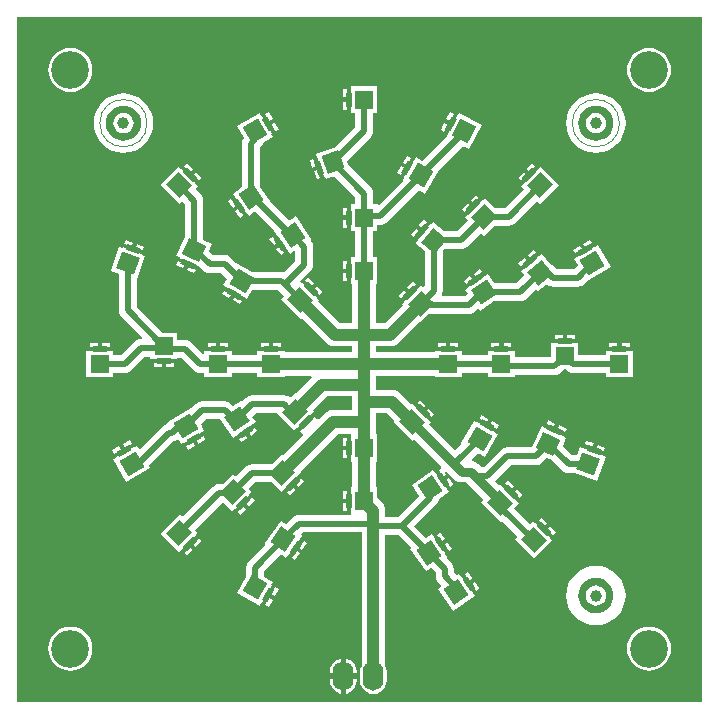
<source format=gbr>
%TF.GenerationSoftware,Altium Limited,Altium Designer,21.4.1 (30)*%
G04 Layer_Physical_Order=1*
G04 Layer_Color=255*
%FSLAX42Y42*%
%MOMM*%
%TF.SameCoordinates,A5F8CCB8-1AD9-4863-A32E-EE0D6D21C85A*%
%TF.FilePolarity,Positive*%
%TF.FileFunction,Copper,L1,Top,Signal*%
%TF.Part,Single*%
G01*
G75*
%TA.AperFunction,NonConductor*%
%ADD10C,0.01*%
%TA.AperFunction,SMDPad,CuDef*%
G04:AMPARAMS|DCode=11|XSize=1.2mm|YSize=0.5mm|CornerRadius=0mm|HoleSize=0mm|Usage=FLASHONLY|Rotation=30.000|XOffset=0mm|YOffset=0mm|HoleType=Round|Shape=Rectangle|*
%AMROTATEDRECTD11*
4,1,4,-0.39,-0.52,-0.64,-0.08,0.39,0.52,0.64,0.08,-0.39,-0.52,0.0*
%
%ADD11ROTATEDRECTD11*%

G04:AMPARAMS|DCode=12|XSize=1.6mm|YSize=1.5mm|CornerRadius=0mm|HoleSize=0mm|Usage=FLASHONLY|Rotation=30.000|XOffset=0mm|YOffset=0mm|HoleType=Round|Shape=Rectangle|*
%AMROTATEDRECTD12*
4,1,4,-0.32,-1.05,-1.07,0.25,0.32,1.05,1.07,-0.25,-0.32,-1.05,0.0*
%
%ADD12ROTATEDRECTD12*%

G04:AMPARAMS|DCode=13|XSize=1.2mm|YSize=0.5mm|CornerRadius=0mm|HoleSize=0mm|Usage=FLASHONLY|Rotation=125.000|XOffset=0mm|YOffset=0mm|HoleType=Round|Shape=Rectangle|*
%AMROTATEDRECTD13*
4,1,4,0.55,-0.35,0.14,-0.63,-0.55,0.35,-0.14,0.63,0.55,-0.35,0.0*
%
%ADD13ROTATEDRECTD13*%

G04:AMPARAMS|DCode=14|XSize=1.6mm|YSize=1.5mm|CornerRadius=0mm|HoleSize=0mm|Usage=FLASHONLY|Rotation=125.000|XOffset=0mm|YOffset=0mm|HoleType=Round|Shape=Rectangle|*
%AMROTATEDRECTD14*
4,1,4,1.07,-0.23,-0.16,-1.09,-1.07,0.23,0.16,1.09,1.07,-0.23,0.0*
%
%ADD14ROTATEDRECTD14*%

G04:AMPARAMS|DCode=15|XSize=1.2mm|YSize=0.5mm|CornerRadius=0mm|HoleSize=0mm|Usage=FLASHONLY|Rotation=150.000|XOffset=0mm|YOffset=0mm|HoleType=Round|Shape=Rectangle|*
%AMROTATEDRECTD15*
4,1,4,0.64,-0.08,0.39,-0.52,-0.64,0.08,-0.39,0.52,0.64,-0.08,0.0*
%
%ADD15ROTATEDRECTD15*%

G04:AMPARAMS|DCode=16|XSize=1.6mm|YSize=1.5mm|CornerRadius=0mm|HoleSize=0mm|Usage=FLASHONLY|Rotation=150.000|XOffset=0mm|YOffset=0mm|HoleType=Round|Shape=Rectangle|*
%AMROTATEDRECTD16*
4,1,4,1.07,0.25,0.32,-1.05,-1.07,-0.25,-0.32,1.05,1.07,0.25,0.0*
%
%ADD16ROTATEDRECTD16*%

G04:AMPARAMS|DCode=17|XSize=1.2mm|YSize=0.5mm|CornerRadius=0mm|HoleSize=0mm|Usage=FLASHONLY|Rotation=215.000|XOffset=0mm|YOffset=0mm|HoleType=Round|Shape=Rectangle|*
%AMROTATEDRECTD17*
4,1,4,0.35,0.55,0.63,0.14,-0.35,-0.55,-0.63,-0.14,0.35,0.55,0.0*
%
%ADD17ROTATEDRECTD17*%

G04:AMPARAMS|DCode=18|XSize=1.6mm|YSize=1.5mm|CornerRadius=0mm|HoleSize=0mm|Usage=FLASHONLY|Rotation=215.000|XOffset=0mm|YOffset=0mm|HoleType=Round|Shape=Rectangle|*
%AMROTATEDRECTD18*
4,1,4,0.23,1.07,1.09,-0.16,-0.23,-1.07,-1.09,0.16,0.23,1.07,0.0*
%
%ADD18ROTATEDRECTD18*%

G04:AMPARAMS|DCode=19|XSize=1.2mm|YSize=0.5mm|CornerRadius=0mm|HoleSize=0mm|Usage=FLASHONLY|Rotation=225.000|XOffset=0mm|YOffset=0mm|HoleType=Round|Shape=Rectangle|*
%AMROTATEDRECTD19*
4,1,4,0.25,0.60,0.60,0.25,-0.25,-0.60,-0.60,-0.25,0.25,0.60,0.0*
%
%ADD19ROTATEDRECTD19*%

G04:AMPARAMS|DCode=20|XSize=1.6mm|YSize=1.5mm|CornerRadius=0mm|HoleSize=0mm|Usage=FLASHONLY|Rotation=225.000|XOffset=0mm|YOffset=0mm|HoleType=Round|Shape=Rectangle|*
%AMROTATEDRECTD20*
4,1,4,0.04,1.10,1.10,0.04,-0.04,-1.10,-1.10,-0.04,0.04,1.10,0.0*
%
%ADD20ROTATEDRECTD20*%

%ADD21R,1.20X0.50*%
%ADD22R,1.60X1.50*%
%ADD23R,0.50X1.20*%
%ADD24R,1.50X1.60*%
G04:AMPARAMS|DCode=25|XSize=1.2mm|YSize=0.5mm|CornerRadius=0mm|HoleSize=0mm|Usage=FLASHONLY|Rotation=315.000|XOffset=0mm|YOffset=0mm|HoleType=Round|Shape=Rectangle|*
%AMROTATEDRECTD25*
4,1,4,-0.60,0.25,-0.25,0.60,0.60,-0.25,0.25,-0.60,-0.60,0.25,0.0*
%
%ADD25ROTATEDRECTD25*%

G04:AMPARAMS|DCode=26|XSize=1.6mm|YSize=1.5mm|CornerRadius=0mm|HoleSize=0mm|Usage=FLASHONLY|Rotation=315.000|XOffset=0mm|YOffset=0mm|HoleType=Round|Shape=Rectangle|*
%AMROTATEDRECTD26*
4,1,4,-1.10,0.04,-0.04,1.10,1.10,-0.04,0.04,-1.10,-1.10,0.04,0.0*
%
%ADD26ROTATEDRECTD26*%

G04:AMPARAMS|DCode=27|XSize=1.2mm|YSize=0.5mm|CornerRadius=0mm|HoleSize=0mm|Usage=FLASHONLY|Rotation=60.000|XOffset=0mm|YOffset=0mm|HoleType=Round|Shape=Rectangle|*
%AMROTATEDRECTD27*
4,1,4,-0.08,-0.64,-0.52,-0.39,0.08,0.64,0.52,0.39,-0.08,-0.64,0.0*
%
%ADD27ROTATEDRECTD27*%

G04:AMPARAMS|DCode=28|XSize=1.6mm|YSize=1.5mm|CornerRadius=0mm|HoleSize=0mm|Usage=FLASHONLY|Rotation=60.000|XOffset=0mm|YOffset=0mm|HoleType=Round|Shape=Rectangle|*
%AMROTATEDRECTD28*
4,1,4,0.25,-1.07,-1.05,-0.32,-0.25,1.07,1.05,0.32,0.25,-1.07,0.0*
%
%ADD28ROTATEDRECTD28*%

G04:AMPARAMS|DCode=29|XSize=1.6mm|YSize=1.5mm|CornerRadius=0mm|HoleSize=0mm|Usage=FLASHONLY|Rotation=110.000|XOffset=0mm|YOffset=0mm|HoleType=Round|Shape=Rectangle|*
%AMROTATEDRECTD29*
4,1,4,0.98,-0.50,-0.43,-1.01,-0.98,0.50,0.43,1.01,0.98,-0.50,0.0*
%
%ADD29ROTATEDRECTD29*%

G04:AMPARAMS|DCode=30|XSize=1.2mm|YSize=0.5mm|CornerRadius=0mm|HoleSize=0mm|Usage=FLASHONLY|Rotation=110.000|XOffset=0mm|YOffset=0mm|HoleType=Round|Shape=Rectangle|*
%AMROTATEDRECTD30*
4,1,4,0.44,-0.48,-0.03,-0.65,-0.44,0.48,0.03,0.65,0.44,-0.48,0.0*
%
%ADD30ROTATEDRECTD30*%

G04:AMPARAMS|DCode=31|XSize=1.2mm|YSize=0.5mm|CornerRadius=0mm|HoleSize=0mm|Usage=FLASHONLY|Rotation=50.000|XOffset=0mm|YOffset=0mm|HoleType=Round|Shape=Rectangle|*
%AMROTATEDRECTD31*
4,1,4,-0.19,-0.62,-0.58,-0.30,0.19,0.62,0.58,0.30,-0.19,-0.62,0.0*
%
%ADD31ROTATEDRECTD31*%

G04:AMPARAMS|DCode=32|XSize=1.6mm|YSize=1.5mm|CornerRadius=0mm|HoleSize=0mm|Usage=FLASHONLY|Rotation=50.000|XOffset=0mm|YOffset=0mm|HoleType=Round|Shape=Rectangle|*
%AMROTATEDRECTD32*
4,1,4,0.06,-1.09,-1.09,-0.13,-0.06,1.09,1.09,0.13,0.06,-1.09,0.0*
%
%ADD32ROTATEDRECTD32*%

G04:AMPARAMS|DCode=33|XSize=1.6mm|YSize=1.5mm|CornerRadius=0mm|HoleSize=0mm|Usage=FLASHONLY|Rotation=155.000|XOffset=0mm|YOffset=0mm|HoleType=Round|Shape=Rectangle|*
%AMROTATEDRECTD33*
4,1,4,1.04,0.34,0.41,-1.02,-1.04,-0.34,-0.41,1.02,1.04,0.34,0.0*
%
%ADD33ROTATEDRECTD33*%

G04:AMPARAMS|DCode=34|XSize=1.2mm|YSize=0.5mm|CornerRadius=0mm|HoleSize=0mm|Usage=FLASHONLY|Rotation=155.000|XOffset=0mm|YOffset=0mm|HoleType=Round|Shape=Rectangle|*
%AMROTATEDRECTD34*
4,1,4,0.65,-0.03,0.44,-0.48,-0.65,0.03,-0.44,0.48,0.65,-0.03,0.0*
%
%ADD34ROTATEDRECTD34*%

G04:AMPARAMS|DCode=35|XSize=1.2mm|YSize=0.5mm|CornerRadius=0mm|HoleSize=0mm|Usage=FLASHONLY|Rotation=40.000|XOffset=0mm|YOffset=0mm|HoleType=Round|Shape=Rectangle|*
%AMROTATEDRECTD35*
4,1,4,-0.30,-0.58,-0.62,-0.19,0.30,0.58,0.62,0.19,-0.30,-0.58,0.0*
%
%ADD35ROTATEDRECTD35*%

G04:AMPARAMS|DCode=36|XSize=1.6mm|YSize=1.5mm|CornerRadius=0mm|HoleSize=0mm|Usage=FLASHONLY|Rotation=40.000|XOffset=0mm|YOffset=0mm|HoleType=Round|Shape=Rectangle|*
%AMROTATEDRECTD36*
4,1,4,-0.13,-1.09,-1.09,0.06,0.13,1.09,1.09,-0.06,-0.13,-1.09,0.0*
%
%ADD36ROTATEDRECTD36*%

G04:AMPARAMS|DCode=37|XSize=1.2mm|YSize=0.5mm|CornerRadius=0mm|HoleSize=0mm|Usage=FLASHONLY|Rotation=340.000|XOffset=0mm|YOffset=0mm|HoleType=Round|Shape=Rectangle|*
%AMROTATEDRECTD37*
4,1,4,-0.65,-0.03,-0.48,0.44,0.65,0.03,0.48,-0.44,-0.65,-0.03,0.0*
%
%ADD37ROTATEDRECTD37*%

G04:AMPARAMS|DCode=38|XSize=1.6mm|YSize=1.5mm|CornerRadius=0mm|HoleSize=0mm|Usage=FLASHONLY|Rotation=340.000|XOffset=0mm|YOffset=0mm|HoleType=Round|Shape=Rectangle|*
%AMROTATEDRECTD38*
4,1,4,-1.01,-0.43,-0.50,0.98,1.01,0.43,0.50,-0.98,-1.01,-0.43,0.0*
%
%ADD38ROTATEDRECTD38*%

G04:AMPARAMS|DCode=39|XSize=1.2mm|YSize=0.5mm|CornerRadius=0mm|HoleSize=0mm|Usage=FLASHONLY|Rotation=300.000|XOffset=0mm|YOffset=0mm|HoleType=Round|Shape=Rectangle|*
%AMROTATEDRECTD39*
4,1,4,-0.52,0.39,-0.08,0.64,0.52,-0.39,0.08,-0.64,-0.52,0.39,0.0*
%
%ADD39ROTATEDRECTD39*%

G04:AMPARAMS|DCode=40|XSize=1.6mm|YSize=1.5mm|CornerRadius=0mm|HoleSize=0mm|Usage=FLASHONLY|Rotation=300.000|XOffset=0mm|YOffset=0mm|HoleType=Round|Shape=Rectangle|*
%AMROTATEDRECTD40*
4,1,4,-1.05,0.32,0.25,1.07,1.05,-0.32,-0.25,-1.07,-1.05,0.32,0.0*
%
%ADD40ROTATEDRECTD40*%

G04:AMPARAMS|DCode=41|XSize=1.2mm|YSize=0.5mm|CornerRadius=0mm|HoleSize=0mm|Usage=FLASHONLY|Rotation=62.000|XOffset=0mm|YOffset=0mm|HoleType=Round|Shape=Rectangle|*
%AMROTATEDRECTD41*
4,1,4,-0.06,-0.65,-0.50,-0.41,0.06,0.65,0.50,0.41,-0.06,-0.65,0.0*
%
%ADD41ROTATEDRECTD41*%

G04:AMPARAMS|DCode=42|XSize=1.6mm|YSize=1.5mm|CornerRadius=0mm|HoleSize=0mm|Usage=FLASHONLY|Rotation=62.000|XOffset=0mm|YOffset=0mm|HoleType=Round|Shape=Rectangle|*
%AMROTATEDRECTD42*
4,1,4,0.29,-1.06,-1.04,-0.35,-0.29,1.06,1.04,0.35,0.29,-1.06,0.0*
%
%ADD42ROTATEDRECTD42*%

G04:AMPARAMS|DCode=43|XSize=1.2mm|YSize=0.5mm|CornerRadius=0mm|HoleSize=0mm|Usage=FLASHONLY|Rotation=235.000|XOffset=0mm|YOffset=0mm|HoleType=Round|Shape=Rectangle|*
%AMROTATEDRECTD43*
4,1,4,0.14,0.63,0.55,0.35,-0.14,-0.63,-0.55,-0.35,0.14,0.63,0.0*
%
%ADD43ROTATEDRECTD43*%

G04:AMPARAMS|DCode=44|XSize=1.6mm|YSize=1.5mm|CornerRadius=0mm|HoleSize=0mm|Usage=FLASHONLY|Rotation=235.000|XOffset=0mm|YOffset=0mm|HoleType=Round|Shape=Rectangle|*
%AMROTATEDRECTD44*
4,1,4,-0.16,1.09,1.07,0.23,0.16,-1.09,-1.07,-0.23,-0.16,1.09,0.0*
%
%ADD44ROTATEDRECTD44*%

%ADD45C,1.00*%
%TA.AperFunction,Conductor*%
%ADD46C,1.00*%
%ADD47C,0.50*%
%ADD48C,0.80*%
%TA.AperFunction,ComponentPad*%
%ADD49O,1.75X2.50*%
%TA.AperFunction,ViaPad*%
%ADD50C,3.20*%
%ADD51C,0.80*%
G36*
X2900Y-2900D02*
X-2900D01*
Y2900D01*
X2900D01*
Y-2900D01*
D02*
G37*
%LPC*%
G36*
X2450Y2636D02*
X2414Y2633D01*
X2379Y2622D01*
X2347Y2605D01*
X2318Y2582D01*
X2295Y2554D01*
X2278Y2521D01*
X2267Y2486D01*
X2264Y2450D01*
X2267Y2414D01*
X2278Y2379D01*
X2295Y2346D01*
X2318Y2318D01*
X2347Y2295D01*
X2379Y2278D01*
X2414Y2267D01*
X2450Y2264D01*
X2486Y2267D01*
X2521Y2278D01*
X2554Y2295D01*
X2582Y2318D01*
X2605Y2346D01*
X2622Y2379D01*
X2633Y2414D01*
X2636Y2450D01*
X2633Y2486D01*
X2622Y2521D01*
X2605Y2554D01*
X2582Y2582D01*
X2554Y2605D01*
X2521Y2622D01*
X2486Y2633D01*
X2450Y2636D01*
D02*
G37*
G36*
X-2450D02*
X-2486Y2633D01*
X-2521Y2622D01*
X-2554Y2605D01*
X-2582Y2582D01*
X-2605Y2554D01*
X-2622Y2521D01*
X-2633Y2486D01*
X-2636Y2450D01*
X-2633Y2414D01*
X-2622Y2379D01*
X-2605Y2346D01*
X-2582Y2318D01*
X-2554Y2295D01*
X-2521Y2278D01*
X-2486Y2267D01*
X-2450Y2264D01*
X-2414Y2267D01*
X-2379Y2278D01*
X-2346Y2295D01*
X-2318Y2318D01*
X-2295Y2346D01*
X-2278Y2379D01*
X-2267Y2414D01*
X-2264Y2450D01*
X-2267Y2486D01*
X-2278Y2521D01*
X-2295Y2554D01*
X-2318Y2582D01*
X-2346Y2605D01*
X-2379Y2622D01*
X-2414Y2633D01*
X-2450Y2636D01*
D02*
G37*
G36*
X-107Y2285D02*
X-140D01*
Y2217D01*
X-107D01*
Y2285D01*
D02*
G37*
G36*
Y2182D02*
X-140D01*
Y2115D01*
X-107D01*
Y2182D01*
D02*
G37*
G36*
X-771Y2094D02*
X-800Y2078D01*
X-766Y2019D01*
X-737Y2035D01*
X-771Y2094D01*
D02*
G37*
G36*
X766Y2091D02*
X734Y2031D01*
X763Y2016D01*
X795Y2076D01*
X766Y2091D01*
D02*
G37*
G36*
X-720Y2005D02*
X-748Y1989D01*
X-714Y1930D01*
X-686Y1946D01*
X-720Y2005D01*
D02*
G37*
G36*
X718Y2000D02*
X686Y1941D01*
X715Y1925D01*
X747Y1985D01*
X718Y2000D01*
D02*
G37*
G36*
X2000Y2252D02*
X1951Y2247D01*
X1904Y2233D01*
X1860Y2209D01*
X1822Y2178D01*
X1791Y2140D01*
X1767Y2096D01*
X1753Y2049D01*
X1748Y2000D01*
X1753Y1951D01*
X1767Y1904D01*
X1791Y1860D01*
X1822Y1822D01*
X1860Y1791D01*
X1904Y1767D01*
X1951Y1753D01*
X2000Y1748D01*
X2049Y1753D01*
X2096Y1767D01*
X2140Y1791D01*
X2178Y1822D01*
X2209Y1860D01*
X2233Y1904D01*
X2247Y1951D01*
X2252Y2000D01*
X2247Y2049D01*
X2233Y2096D01*
X2209Y2140D01*
X2178Y2178D01*
X2140Y2209D01*
X2096Y2233D01*
X2049Y2247D01*
X2000Y2252D01*
D02*
G37*
G36*
X-2000D02*
X-2049Y2247D01*
X-2096Y2233D01*
X-2140Y2209D01*
X-2178Y2178D01*
X-2209Y2140D01*
X-2233Y2096D01*
X-2247Y2049D01*
X-2252Y2000D01*
X-2247Y1951D01*
X-2233Y1904D01*
X-2209Y1860D01*
X-2178Y1822D01*
X-2140Y1791D01*
X-2096Y1767D01*
X-2049Y1753D01*
X-2000Y1748D01*
X-1951Y1753D01*
X-1904Y1767D01*
X-1860Y1791D01*
X-1822Y1822D01*
X-1791Y1860D01*
X-1767Y1904D01*
X-1753Y1951D01*
X-1748Y2000D01*
X-1753Y2049D01*
X-1767Y2096D01*
X-1791Y2140D01*
X-1822Y2178D01*
X-1860Y2209D01*
X-1904Y2233D01*
X-1951Y2247D01*
X-2000Y2252D01*
D02*
G37*
G36*
X404Y1722D02*
X370Y1663D01*
X398Y1646D01*
X432Y1705D01*
X404Y1722D01*
D02*
G37*
G36*
X-393Y1698D02*
X-424Y1687D01*
X-400Y1623D01*
X-370Y1635D01*
X-393Y1698D01*
D02*
G37*
G36*
X1461Y1660D02*
X1413Y1612D01*
X1436Y1588D01*
X1484Y1636D01*
X1461Y1660D01*
D02*
G37*
G36*
X-1461Y1660D02*
X-1484Y1636D01*
X-1436Y1588D01*
X-1413Y1612D01*
X-1461Y1660D01*
D02*
G37*
G36*
X352Y1633D02*
X318Y1574D01*
X347Y1557D01*
X381Y1616D01*
X352Y1633D01*
D02*
G37*
G36*
X-358Y1602D02*
X-388Y1591D01*
X-365Y1527D01*
X-334Y1538D01*
X-358Y1602D01*
D02*
G37*
G36*
X1388Y1587D02*
X1340Y1539D01*
X1364Y1516D01*
X1412Y1564D01*
X1388Y1587D01*
D02*
G37*
G36*
X-1388D02*
X-1412Y1564D01*
X-1364Y1516D01*
X-1340Y1539D01*
X-1388Y1587D01*
D02*
G37*
G36*
X987Y1393D02*
X939Y1345D01*
X963Y1322D01*
X1011Y1370D01*
X987Y1393D01*
D02*
G37*
G36*
X-1087Y1358D02*
X-1114Y1339D01*
X-1075Y1284D01*
X-1048Y1303D01*
X-1087Y1358D01*
D02*
G37*
G36*
X915Y1320D02*
X867Y1272D01*
X890Y1249D01*
X938Y1297D01*
X915Y1320D01*
D02*
G37*
G36*
X-107Y1285D02*
X-140D01*
Y1218D01*
X-107D01*
Y1285D01*
D02*
G37*
G36*
X-1028Y1274D02*
X-1055Y1255D01*
X-1016Y1200D01*
X-989Y1218D01*
X-1028Y1274D01*
D02*
G37*
G36*
X-107Y1182D02*
X-140D01*
Y1115D01*
X-107D01*
Y1182D01*
D02*
G37*
G36*
X547Y1186D02*
X504Y1134D01*
X529Y1113D01*
X573Y1165D01*
X547Y1186D01*
D02*
G37*
G36*
X481Y1107D02*
X438Y1055D01*
X463Y1034D01*
X506Y1086D01*
X481Y1107D01*
D02*
G37*
G36*
X-737Y1038D02*
X-764Y1019D01*
X-725Y964D01*
X-698Y983D01*
X-737Y1038D01*
D02*
G37*
G36*
X-1982Y1011D02*
X-1993Y980D01*
X-1930Y957D01*
X-1918Y988D01*
X-1982Y1011D01*
D02*
G37*
G36*
X1954Y1014D02*
X1895Y980D01*
X1911Y952D01*
X1970Y986D01*
X1954Y1014D01*
D02*
G37*
G36*
X-1886Y976D02*
X-1897Y945D01*
X-1833Y922D01*
X-1822Y953D01*
X-1886Y976D01*
D02*
G37*
G36*
X1865Y963D02*
X1806Y929D01*
X1822Y900D01*
X1881Y934D01*
X1865Y963D01*
D02*
G37*
G36*
X-678Y954D02*
X-705Y935D01*
X-666Y880D01*
X-639Y898D01*
X-678Y954D01*
D02*
G37*
G36*
X1475Y927D02*
X1423Y884D01*
X1444Y859D01*
X1496Y902D01*
X1475Y927D01*
D02*
G37*
G36*
X1396Y861D02*
X1344Y818D01*
X1365Y792D01*
X1417Y836D01*
X1396Y861D01*
D02*
G37*
G36*
X-1540Y829D02*
X-1554Y799D01*
X-1493Y770D01*
X-1479Y800D01*
X-1540Y829D01*
D02*
G37*
G36*
X-107Y835D02*
X-140D01*
Y767D01*
X-107D01*
Y835D01*
D02*
G37*
G36*
X-1447Y785D02*
X-1461Y755D01*
X-1399Y727D01*
X-1386Y756D01*
X-1447Y785D01*
D02*
G37*
G36*
X1019Y764D02*
X964Y725D01*
X983Y698D01*
X1038Y737D01*
X1019Y764D01*
D02*
G37*
G36*
X-107Y732D02*
X-140D01*
Y665D01*
X-107D01*
Y732D01*
D02*
G37*
G36*
X935Y705D02*
X880Y666D01*
X898Y639D01*
X954Y678D01*
X935Y705D01*
D02*
G37*
G36*
X-436Y692D02*
X-459Y669D01*
X-411Y621D01*
X-388Y644D01*
X-436Y692D01*
D02*
G37*
G36*
X451Y660D02*
X403Y612D01*
X426Y588D01*
X474Y636D01*
X451Y660D01*
D02*
G37*
G36*
X-363Y619D02*
X-387Y596D01*
X-339Y548D01*
X-315Y571D01*
X-363Y619D01*
D02*
G37*
G36*
X-1148Y580D02*
X-1164Y551D01*
X-1105Y517D01*
X-1089Y546D01*
X-1148Y580D01*
D02*
G37*
G36*
X378Y587D02*
X330Y539D01*
X354Y516D01*
X402Y564D01*
X378Y587D01*
D02*
G37*
G36*
X-1059Y528D02*
X-1075Y500D01*
X-1016Y466D01*
X-1000Y494D01*
X-1059Y528D01*
D02*
G37*
G36*
X150Y2315D02*
X-70D01*
Y2285D01*
X-72D01*
Y2200D01*
Y2115D01*
X-70D01*
Y2085D01*
X-36D01*
Y1965D01*
X-201Y1800D01*
X-368Y1739D01*
X-357Y1711D01*
X-360Y1710D01*
X-331Y1630D01*
X-301Y1550D01*
X-299Y1551D01*
X-289Y1523D01*
X-214Y1550D01*
X-36Y1372D01*
Y1315D01*
X-70D01*
Y1285D01*
X-72D01*
Y1200D01*
Y1115D01*
X-70D01*
Y1085D01*
X-36D01*
Y865D01*
X-70D01*
Y835D01*
X-72D01*
Y750D01*
X-90D01*
D01*
X-72D01*
Y665D01*
X-70D01*
Y635D01*
X-61D01*
Y311D01*
X-167D01*
X-351Y494D01*
X-344Y501D01*
X-365Y522D01*
X-363Y523D01*
X-424Y584D01*
X-484Y644D01*
X-486Y642D01*
X-503Y660D01*
X-415Y748D01*
X-415Y748D01*
X-403Y764D01*
X-395Y782D01*
X-392Y802D01*
Y954D01*
X-392Y954D01*
X-395Y973D01*
X-403Y992D01*
X-413Y1005D01*
X-414Y1015D01*
X-414Y1020D01*
X-411Y1022D01*
X-543Y1210D01*
X-596Y1173D01*
X-761Y1339D01*
X-761Y1342D01*
X-761Y1342D01*
X-844Y1461D01*
Y1796D01*
X-831Y1809D01*
X-819Y1825D01*
X-814Y1838D01*
X-732Y1885D01*
X-747Y1911D01*
X-745Y1912D01*
X-787Y1986D01*
X-830Y2060D01*
X-832Y2059D01*
X-847Y2085D01*
X-1037Y1975D01*
X-979Y1874D01*
X-986Y1865D01*
X-993Y1847D01*
X-996Y1827D01*
Y1458D01*
X-1073Y1404D01*
X-1056Y1380D01*
X-1058Y1378D01*
X-1009Y1308D01*
X-960Y1238D01*
X-958Y1240D01*
X-941Y1216D01*
X-889Y1252D01*
X-723Y1087D01*
X-723Y1084D01*
X-723Y1084D01*
X-706Y1060D01*
X-708Y1058D01*
X-659Y988D01*
X-610Y918D01*
X-608Y920D01*
X-591Y896D01*
X-556Y920D01*
X-544Y914D01*
Y833D01*
X-641Y736D01*
X-644Y738D01*
X-664Y740D01*
X-911D01*
X-1045Y817D01*
X-1045Y817D01*
X-1046Y817D01*
X-1089Y860D01*
X-1104Y872D01*
X-1123Y880D01*
X-1142Y882D01*
X-1240D01*
X-1277Y919D01*
X-1250Y977D01*
X-1325Y1012D01*
Y1344D01*
X-1328Y1364D01*
X-1335Y1382D01*
X-1347Y1398D01*
X-1347Y1398D01*
X-1393Y1444D01*
X-1369Y1468D01*
X-1390Y1489D01*
X-1388Y1491D01*
X-1449Y1551D01*
X-1509Y1612D01*
X-1511Y1610D01*
X-1532Y1631D01*
X-1687Y1475D01*
X-1525Y1313D01*
X-1500Y1337D01*
X-1476Y1313D01*
Y1036D01*
X-1551Y875D01*
X-1524Y863D01*
X-1526Y860D01*
X-1448Y824D01*
X-1371Y788D01*
X-1370Y790D01*
X-1355Y784D01*
X-1325Y753D01*
X-1309Y741D01*
X-1291Y734D01*
X-1271Y731D01*
X-1173D01*
X-1123Y681D01*
X-1155Y627D01*
X-1129Y612D01*
X-1130Y610D01*
X-1056Y567D01*
X-982Y525D01*
X-981Y527D01*
X-955Y512D01*
X-911Y589D01*
X-695D01*
X-638Y532D01*
X-662Y508D01*
X-500Y345D01*
X-493Y352D01*
X-280Y139D01*
X-259Y123D01*
X-235Y113D01*
X-209Y109D01*
X-61D01*
Y61D01*
X-635D01*
Y70D01*
X-665D01*
Y73D01*
X-835D01*
Y70D01*
X-865D01*
Y36D01*
X-1085D01*
Y70D01*
X-1115D01*
Y73D01*
X-1285D01*
Y70D01*
X-1315D01*
Y50D01*
X-1328Y45D01*
X-1427Y143D01*
X-1442Y156D01*
X-1460Y163D01*
X-1480Y166D01*
X-1545D01*
Y225D01*
X-1668D01*
X-1888Y445D01*
Y684D01*
X-1818Y876D01*
X-1846Y887D01*
X-1845Y889D01*
X-1925Y918D01*
X-2005Y947D01*
X-2006Y945D01*
X-2034Y955D01*
X-2109Y748D01*
X-2039Y723D01*
Y414D01*
X-2037Y394D01*
X-2029Y376D01*
X-2017Y360D01*
X-1844Y187D01*
X-1847Y181D01*
X-1850Y175D01*
X-1869Y173D01*
X-1887Y166D01*
X-1902Y153D01*
X-2020Y36D01*
X-2085D01*
Y70D01*
X-2115D01*
Y73D01*
X-2285D01*
Y70D01*
X-2315D01*
Y-150D01*
X-2085D01*
Y-116D01*
X-1989D01*
X-1969Y-113D01*
X-1951Y-106D01*
X-1935Y-93D01*
X-1818Y24D01*
X-1775D01*
Y5D01*
X-1745D01*
Y3D01*
X-1660D01*
X-1575D01*
Y5D01*
X-1545D01*
Y14D01*
X-1511D01*
X-1403Y-93D01*
X-1403Y-93D01*
X-1388Y-106D01*
X-1370Y-113D01*
X-1350Y-116D01*
X-1315D01*
Y-150D01*
X-1085D01*
Y-116D01*
X-865D01*
Y-150D01*
X-635D01*
Y-141D01*
X-408D01*
X-403Y-154D01*
X-538Y-289D01*
X-545Y-283D01*
X-588Y-326D01*
X-602Y-314D01*
X-620Y-307D01*
X-640Y-304D01*
X-909D01*
X-929Y-307D01*
X-947Y-314D01*
X-963Y-327D01*
X-992Y-355D01*
X-1005Y-354D01*
X-1007Y-351D01*
X-1069Y-394D01*
X-1087Y-377D01*
X-1102Y-364D01*
X-1120Y-357D01*
X-1140Y-354D01*
X-1335D01*
X-1335Y-354D01*
X-1344Y-356D01*
X-1354Y-357D01*
X-1372Y-364D01*
X-1388Y-377D01*
X-1424Y-413D01*
X-1425Y-413D01*
X-1425Y-413D01*
X-1625Y-528D01*
X-1621Y-533D01*
X-1628Y-547D01*
X-1630Y-547D01*
X-1648Y-554D01*
X-1663Y-567D01*
X-1663Y-567D01*
X-1857Y-760D01*
X-1870Y-759D01*
X-1885Y-732D01*
X-1911Y-747D01*
X-1912Y-745D01*
X-1986Y-787D01*
X-2060Y-830D01*
X-2059Y-832D01*
X-2085Y-847D01*
X-1975Y-1037D01*
X-1775Y-922D01*
X-1786Y-903D01*
X-1577Y-694D01*
X-1567Y-693D01*
X-1549Y-686D01*
X-1546Y-683D01*
X-1533Y-686D01*
X-1515Y-718D01*
X-1489Y-703D01*
X-1488Y-705D01*
X-1414Y-663D01*
X-1340Y-620D01*
X-1341Y-618D01*
X-1315Y-603D01*
X-1347Y-549D01*
X-1303Y-506D01*
X-1179D01*
X-1069Y-663D01*
X-1045Y-646D01*
X-1043Y-648D01*
X-973Y-599D01*
X-903Y-550D01*
X-905Y-548D01*
X-881Y-531D01*
X-911Y-488D01*
X-878Y-456D01*
X-697D01*
X-552Y-601D01*
X-531Y-580D01*
X-529Y-582D01*
X-469Y-521D01*
X-408Y-461D01*
X-410Y-459D01*
X-389Y-438D01*
X-396Y-432D01*
X-278Y-314D01*
X-61D01*
Y-429D01*
X-227D01*
X-253Y-433D01*
X-277Y-443D01*
X-298Y-459D01*
X-348Y-509D01*
X-360Y-509D01*
X-384Y-486D01*
X-444Y-546D01*
X-504Y-606D01*
X-481Y-630D01*
X-481Y-642D01*
X-648Y-809D01*
X-655Y-803D01*
X-742Y-890D01*
X-914D01*
X-914Y-890D01*
X-934Y-892D01*
X-952Y-900D01*
X-968Y-912D01*
X-968Y-912D01*
X-1048Y-992D01*
X-1072Y-968D01*
X-1159Y-1055D01*
X-1187D01*
X-1187Y-1055D01*
X-1197Y-1056D01*
X-1206Y-1057D01*
X-1225Y-1065D01*
X-1240Y-1077D01*
X-1500Y-1337D01*
X-1525Y-1313D01*
X-1687Y-1475D01*
X-1532Y-1631D01*
X-1511Y-1610D01*
X-1509Y-1612D01*
X-1449Y-1551D01*
X-1388Y-1491D01*
X-1390Y-1489D01*
X-1369Y-1468D01*
X-1393Y-1444D01*
X-1157Y-1208D01*
X-1079Y-1286D01*
X-1058Y-1265D01*
X-1057Y-1267D01*
X-996Y-1206D01*
X-936Y-1146D01*
X-938Y-1144D01*
X-917Y-1123D01*
X-941Y-1099D01*
X-883Y-1041D01*
X-742D01*
X-662Y-1121D01*
X-641Y-1100D01*
X-639Y-1102D01*
X-579Y-1041D01*
X-518Y-981D01*
X-520Y-979D01*
X-499Y-958D01*
X-506Y-952D01*
X-185Y-631D01*
X-81D01*
X-70Y-635D01*
Y-665D01*
X-72D01*
Y-750D01*
Y-835D01*
X-70D01*
Y-865D01*
X-61D01*
Y-1085D01*
X-70D01*
Y-1115D01*
X-72D01*
Y-1200D01*
Y-1285D01*
X-70D01*
Y-1314D01*
X-511D01*
X-530Y-1317D01*
X-549Y-1324D01*
X-564Y-1337D01*
X-626Y-1398D01*
X-669Y-1367D01*
X-801Y-1556D01*
X-799Y-1557D01*
X-798Y-1570D01*
X-938Y-1710D01*
X-950Y-1726D01*
X-958Y-1744D01*
X-960Y-1764D01*
Y-1841D01*
X-1037Y-1975D01*
X-847Y-2085D01*
X-832Y-2059D01*
X-830Y-2060D01*
X-787Y-1986D01*
X-745Y-1912D01*
X-747Y-1911D01*
X-732Y-1885D01*
X-809Y-1841D01*
Y-1795D01*
X-665Y-1651D01*
X-621Y-1682D01*
X-604Y-1658D01*
X-602Y-1659D01*
X-553Y-1589D01*
X-504Y-1519D01*
X-506Y-1518D01*
X-489Y-1493D01*
X-492Y-1492D01*
X-493Y-1479D01*
X-479Y-1466D01*
X16D01*
Y-2593D01*
X7Y-2616D01*
X3Y-2645D01*
Y-2720D01*
X7Y-2749D01*
X18Y-2777D01*
X36Y-2801D01*
X60Y-2819D01*
X88Y-2830D01*
X117Y-2834D01*
X146Y-2830D01*
X174Y-2819D01*
X198Y-2801D01*
X216Y-2777D01*
X227Y-2749D01*
X231Y-2720D01*
Y-2645D01*
X227Y-2616D01*
X218Y-2593D01*
Y-1486D01*
X325D01*
X432Y-1592D01*
X431Y-1605D01*
X429Y-1607D01*
X561Y-1795D01*
X604Y-1765D01*
X643Y-1804D01*
Y-1835D01*
X646Y-1855D01*
X654Y-1873D01*
X666Y-1889D01*
X688Y-1911D01*
X687Y-1924D01*
X661Y-1942D01*
X793Y-2130D01*
X973Y-2004D01*
X956Y-1980D01*
X958Y-1978D01*
X909Y-1908D01*
X860Y-1838D01*
X858Y-1840D01*
X841Y-1816D01*
X821Y-1830D01*
X795Y-1804D01*
Y-1772D01*
X792Y-1753D01*
X785Y-1735D01*
X773Y-1719D01*
X737Y-1683D01*
X738Y-1671D01*
X741Y-1669D01*
X724Y-1645D01*
X726Y-1643D01*
X677Y-1573D01*
X628Y-1503D01*
X626Y-1505D01*
X609Y-1481D01*
X565Y-1511D01*
X464Y-1410D01*
X651Y-1223D01*
X651Y-1223D01*
X663Y-1207D01*
X670Y-1189D01*
X671Y-1181D01*
X753Y-1124D01*
X736Y-1100D01*
X738Y-1098D01*
X689Y-1028D01*
X640Y-958D01*
X638Y-960D01*
X621Y-936D01*
X441Y-1062D01*
X506Y-1154D01*
X325Y-1334D01*
X218D01*
Y-1282D01*
X214Y-1256D01*
X204Y-1232D01*
X188Y-1211D01*
X150Y-1172D01*
Y-1085D01*
X141D01*
Y-865D01*
X150D01*
Y-635D01*
X141D01*
Y-530D01*
Y-458D01*
X228D01*
X292Y-523D01*
X286Y-529D01*
X449Y-692D01*
X462Y-678D01*
X692Y-908D01*
X690Y-924D01*
X669Y-938D01*
X708Y-994D01*
X735Y-975D01*
X720Y-954D01*
X730Y-946D01*
X798Y-1014D01*
X798Y-1014D01*
X817Y-1029D01*
X839Y-1038D01*
X863Y-1041D01*
X863Y-1041D01*
X902D01*
X1052Y-1190D01*
X1030Y-1212D01*
X1193Y-1375D01*
X1202Y-1366D01*
X1337Y-1500D01*
X1313Y-1525D01*
X1475Y-1687D01*
X1631Y-1532D01*
X1610Y-1511D01*
X1612Y-1509D01*
X1551Y-1449D01*
X1491Y-1388D01*
X1489Y-1390D01*
X1468Y-1369D01*
X1444Y-1393D01*
X1309Y-1259D01*
X1348Y-1219D01*
X1327Y-1198D01*
X1329Y-1197D01*
X1269Y-1136D01*
X1208Y-1076D01*
X1207Y-1078D01*
X1186Y-1057D01*
X1180Y-1062D01*
X1148Y-1029D01*
X1281Y-896D01*
X1494D01*
X1514Y-893D01*
X1532Y-886D01*
X1548Y-873D01*
X1588Y-833D01*
X1625Y-850D01*
X1716Y-941D01*
X1732Y-953D01*
X1750Y-961D01*
X1769Y-963D01*
X1823D01*
X2007Y-1030D01*
X2082Y-824D01*
X2054Y-813D01*
X2055Y-811D01*
X1975Y-782D01*
X1895Y-753D01*
X1894Y-755D01*
X1866Y-745D01*
X1841Y-812D01*
X1801D01*
X1719Y-730D01*
X1749Y-665D01*
X1722Y-653D01*
X1723Y-650D01*
X1646Y-614D01*
X1568Y-578D01*
X1567Y-580D01*
X1540Y-568D01*
X1458Y-744D01*
X1250D01*
X1250Y-744D01*
X1240Y-746D01*
X1230Y-747D01*
X1212Y-754D01*
X1197Y-767D01*
X1049Y-914D01*
X1033D01*
X1004Y-886D01*
X985Y-871D01*
X963Y-862D01*
X952Y-861D01*
X947Y-847D01*
X1002Y-792D01*
X1060Y-825D01*
X1170Y-635D01*
X1144Y-620D01*
X1145Y-618D01*
X1071Y-575D01*
X997Y-532D01*
X996Y-535D01*
X970Y-520D01*
X860Y-710D01*
X860Y-710D01*
X862Y-719D01*
X811Y-770D01*
X591Y-550D01*
X604Y-536D01*
X583Y-515D01*
X585Y-513D01*
X525Y-453D01*
X464Y-393D01*
X462Y-394D01*
X441Y-373D01*
X435Y-380D01*
X341Y-286D01*
X320Y-270D01*
X296Y-260D01*
X270Y-257D01*
X141D01*
Y-141D01*
X635D01*
Y-150D01*
X865D01*
Y-116D01*
X1085D01*
Y-150D01*
X1315D01*
Y-136D01*
X1648D01*
X1667Y-133D01*
X1685Y-126D01*
X1701Y-113D01*
X1732Y-82D01*
X1743D01*
X1754Y-93D01*
X1770Y-106D01*
X1788Y-113D01*
X1807Y-116D01*
X2085D01*
Y-150D01*
X2315D01*
Y70D01*
X2285D01*
Y73D01*
X2115D01*
Y70D01*
X2085D01*
Y36D01*
X1850D01*
Y138D01*
X1820D01*
Y140D01*
X1650D01*
Y138D01*
X1620D01*
Y23D01*
X1615Y16D01*
X1315D01*
Y70D01*
X1285D01*
Y73D01*
X1115D01*
Y70D01*
X1085D01*
Y36D01*
X865D01*
Y70D01*
X835D01*
Y73D01*
X665D01*
Y70D01*
X635D01*
Y61D01*
X141D01*
Y109D01*
X257D01*
X283Y113D01*
X307Y123D01*
X328Y139D01*
X508Y319D01*
X515Y313D01*
X589Y387D01*
X608Y384D01*
X924D01*
X944Y387D01*
X962Y394D01*
X978Y407D01*
X999Y427D01*
X1011Y426D01*
X1022Y411D01*
X1141Y494D01*
X1361D01*
X1381Y497D01*
X1399Y505D01*
X1415Y517D01*
X1486Y588D01*
X1499Y587D01*
X1508Y576D01*
X1583Y639D01*
X1586Y637D01*
X1602Y624D01*
X1620Y617D01*
X1639Y614D01*
X1639Y614D01*
X1845D01*
X1864Y617D01*
X1882Y624D01*
X1898Y637D01*
X1924Y663D01*
X1925Y663D01*
X1925Y663D01*
X2125Y778D01*
X2015Y968D01*
X1989Y953D01*
X1988Y955D01*
X1914Y913D01*
X1840Y870D01*
X1841Y868D01*
X1815Y853D01*
X1847Y799D01*
X1813Y766D01*
X1671D01*
X1649Y788D01*
X1633Y800D01*
X1615Y807D01*
X1614Y807D01*
X1543Y893D01*
X1520Y874D01*
X1519Y875D01*
X1453Y821D01*
X1388Y766D01*
X1390Y764D01*
X1367Y745D01*
X1395Y711D01*
X1330Y646D01*
X1138D01*
X1084Y723D01*
X1060Y706D01*
X1058Y708D01*
X988Y659D01*
X918Y610D01*
X920Y608D01*
X896Y591D01*
X917Y560D01*
X893Y536D01*
X702D01*
X695Y548D01*
X701Y562D01*
X704Y581D01*
X704Y581D01*
Y751D01*
X704Y751D01*
X703Y754D01*
Y919D01*
X713Y932D01*
X857D01*
X876Y934D01*
X895Y942D01*
X910Y954D01*
X1027Y1070D01*
X1051Y1046D01*
X1138Y1133D01*
X1265D01*
X1285Y1136D01*
X1303Y1143D01*
X1319Y1155D01*
X1500Y1337D01*
X1525Y1313D01*
X1687Y1475D01*
X1532Y1631D01*
X1511Y1610D01*
X1509Y1612D01*
X1449Y1551D01*
X1388Y1491D01*
X1390Y1489D01*
X1369Y1468D01*
X1393Y1444D01*
X1234Y1284D01*
X1138D01*
X1058Y1364D01*
X1037Y1343D01*
X1035Y1345D01*
X975Y1285D01*
X915Y1224D01*
X916Y1222D01*
X895Y1202D01*
X920Y1177D01*
X826Y1083D01*
X716D01*
X620Y1163D01*
X601Y1140D01*
X599Y1142D01*
X544Y1077D01*
X490Y1011D01*
X491Y1010D01*
X472Y987D01*
X552Y920D01*
Y751D01*
X552Y748D01*
Y618D01*
X540Y613D01*
X522Y631D01*
X501Y610D01*
X499Y612D01*
X439Y551D01*
X378Y491D01*
X380Y489D01*
X359Y468D01*
X366Y462D01*
X215Y311D01*
X141D01*
Y635D01*
X150D01*
Y865D01*
X116D01*
Y1085D01*
X150D01*
Y1134D01*
X170D01*
X189Y1137D01*
X207Y1144D01*
X223Y1157D01*
X501Y1434D01*
X555Y1403D01*
X670Y1602D01*
X670Y1602D01*
X669Y1605D01*
X872Y1808D01*
X928Y1778D01*
X1036Y1981D01*
X842Y2084D01*
X828Y2058D01*
X826Y2059D01*
X786Y1984D01*
X746Y1909D01*
X748Y1907D01*
X737Y1887D01*
X532Y1682D01*
X479Y1712D01*
X465Y1686D01*
X462Y1688D01*
X420Y1614D01*
X377Y1540D01*
X379Y1539D01*
X364Y1513D01*
X364Y1513D01*
X365Y1512D01*
X162Y1309D01*
X150Y1314D01*
Y1315D01*
X116D01*
Y1404D01*
X113Y1423D01*
X106Y1442D01*
X93Y1457D01*
X-102Y1653D01*
X-111Y1676D01*
X93Y1880D01*
X106Y1896D01*
X113Y1914D01*
X116Y1934D01*
Y2085D01*
X150D01*
Y2315D01*
D02*
G37*
G36*
X1820Y208D02*
X1753D01*
Y175D01*
X1820D01*
Y208D01*
D02*
G37*
G36*
X1718D02*
X1650D01*
Y175D01*
X1718D01*
Y208D01*
D02*
G37*
G36*
X2285Y140D02*
X2217D01*
Y107D01*
X2285D01*
Y140D01*
D02*
G37*
G36*
X2182D02*
X2115D01*
Y107D01*
X2182D01*
Y140D01*
D02*
G37*
G36*
X1285D02*
X1218D01*
Y107D01*
X1285D01*
Y140D01*
D02*
G37*
G36*
X1183D02*
X1115D01*
Y107D01*
X1183D01*
Y140D01*
D02*
G37*
G36*
X835D02*
X767D01*
Y107D01*
X835D01*
Y140D01*
D02*
G37*
G36*
X732D02*
X665D01*
Y107D01*
X732D01*
Y140D01*
D02*
G37*
G36*
X-665D02*
X-732D01*
Y107D01*
X-665D01*
Y140D01*
D02*
G37*
G36*
X-767D02*
X-835D01*
Y107D01*
X-767D01*
Y140D01*
D02*
G37*
G36*
X-1115D02*
X-1182D01*
Y107D01*
X-1115D01*
Y140D01*
D02*
G37*
G36*
X-1217D02*
X-1285D01*
Y107D01*
X-1217D01*
Y140D01*
D02*
G37*
G36*
X-2115D02*
X-2182D01*
Y107D01*
X-2115D01*
Y140D01*
D02*
G37*
G36*
X-2217D02*
X-2285D01*
Y107D01*
X-2217D01*
Y140D01*
D02*
G37*
G36*
X-1575Y-32D02*
X-1642D01*
Y-65D01*
X-1575D01*
Y-32D01*
D02*
G37*
G36*
X-1677D02*
X-1745D01*
Y-65D01*
X-1677D01*
Y-32D01*
D02*
G37*
G36*
X512Y-345D02*
X489Y-368D01*
X537Y-416D01*
X560Y-393D01*
X512Y-345D01*
D02*
G37*
G36*
X585Y-417D02*
X562Y-441D01*
X610Y-489D01*
X633Y-465D01*
X585Y-417D01*
D02*
G37*
G36*
X1031Y-474D02*
X1015Y-502D01*
X1074Y-536D01*
X1090Y-508D01*
X1031Y-474D01*
D02*
G37*
G36*
X1597Y-517D02*
X1583Y-546D01*
X1645Y-575D01*
X1658Y-545D01*
X1597Y-517D01*
D02*
G37*
G36*
X1120Y-525D02*
X1104Y-554D01*
X1163Y-588D01*
X1179Y-559D01*
X1120Y-525D01*
D02*
G37*
G36*
X1690Y-560D02*
X1676Y-590D01*
X1738Y-619D01*
X1752Y-589D01*
X1690Y-560D01*
D02*
G37*
G36*
X-883Y-579D02*
X-939Y-618D01*
X-920Y-645D01*
X-865Y-606D01*
X-883Y-579D01*
D02*
G37*
G36*
X-968Y-638D02*
X-1023Y-677D01*
X-1004Y-704D01*
X-949Y-665D01*
X-968Y-638D01*
D02*
G37*
G36*
X-1322Y-650D02*
X-1381Y-684D01*
X-1365Y-713D01*
X-1306Y-679D01*
X-1322Y-650D01*
D02*
G37*
G36*
X-107Y-665D02*
X-140D01*
Y-732D01*
X-107D01*
Y-665D01*
D02*
G37*
G36*
X1918Y-689D02*
X1907Y-720D01*
X1970Y-743D01*
X1982Y-712D01*
X1918Y-689D01*
D02*
G37*
G36*
X-1946Y-686D02*
X-2005Y-720D01*
X-1989Y-748D01*
X-1930Y-714D01*
X-1946Y-686D01*
D02*
G37*
G36*
X-1411Y-702D02*
X-1470Y-736D01*
X-1454Y-764D01*
X-1395Y-730D01*
X-1411Y-702D01*
D02*
G37*
G36*
X2014Y-724D02*
X2003Y-755D01*
X2067Y-778D01*
X2078Y-747D01*
X2014Y-724D01*
D02*
G37*
G36*
X-2035Y-737D02*
X-2094Y-771D01*
X-2078Y-800D01*
X-2019Y-766D01*
X-2035Y-737D01*
D02*
G37*
G36*
X-107Y-767D02*
X-140D01*
Y-835D01*
X-107D01*
Y-767D01*
D02*
G37*
G36*
X-494Y-1006D02*
X-542Y-1054D01*
X-518Y-1077D01*
X-470Y-1029D01*
X-494Y-1006D01*
D02*
G37*
G36*
X755Y-1004D02*
X728Y-1023D01*
X767Y-1078D01*
X794Y-1059D01*
X755Y-1004D01*
D02*
G37*
G36*
X1256Y-1028D02*
X1233Y-1051D01*
X1281Y-1099D01*
X1304Y-1076D01*
X1256Y-1028D01*
D02*
G37*
G36*
X-566Y-1078D02*
X-614Y-1126D01*
X-591Y-1150D01*
X-543Y-1102D01*
X-566Y-1078D01*
D02*
G37*
G36*
X1329Y-1101D02*
X1306Y-1124D01*
X1354Y-1172D01*
X1377Y-1149D01*
X1329Y-1101D01*
D02*
G37*
G36*
X-107Y-1115D02*
X-140D01*
Y-1183D01*
X-107D01*
Y-1115D01*
D02*
G37*
G36*
X-911Y-1171D02*
X-959Y-1219D01*
X-936Y-1242D01*
X-888Y-1194D01*
X-911Y-1171D01*
D02*
G37*
G36*
X-107Y-1218D02*
X-140D01*
Y-1285D01*
X-107D01*
Y-1218D01*
D02*
G37*
G36*
X-984Y-1243D02*
X-1032Y-1291D01*
X-1009Y-1315D01*
X-961Y-1267D01*
X-984Y-1243D01*
D02*
G37*
G36*
X1539Y-1340D02*
X1516Y-1364D01*
X1564Y-1412D01*
X1587Y-1388D01*
X1539Y-1340D01*
D02*
G37*
G36*
X1612Y-1413D02*
X1588Y-1436D01*
X1636Y-1484D01*
X1660Y-1461D01*
X1612Y-1413D01*
D02*
G37*
G36*
X684Y-1465D02*
X657Y-1483D01*
X696Y-1539D01*
X722Y-1520D01*
X684Y-1465D01*
D02*
G37*
G36*
X-1364Y-1516D02*
X-1412Y-1564D01*
X-1388Y-1587D01*
X-1340Y-1539D01*
X-1364Y-1516D01*
D02*
G37*
G36*
X-475Y-1539D02*
X-514Y-1595D01*
X-487Y-1614D01*
X-449Y-1558D01*
X-475Y-1539D01*
D02*
G37*
G36*
X743Y-1549D02*
X716Y-1568D01*
X755Y-1623D01*
X781Y-1604D01*
X743Y-1549D01*
D02*
G37*
G36*
X-1436Y-1588D02*
X-1484Y-1636D01*
X-1461Y-1660D01*
X-1413Y-1612D01*
X-1436Y-1588D01*
D02*
G37*
G36*
X-534Y-1623D02*
X-573Y-1679D01*
X-546Y-1698D01*
X-508Y-1642D01*
X-534Y-1623D01*
D02*
G37*
G36*
X916Y-1800D02*
X889Y-1818D01*
X928Y-1874D01*
X955Y-1855D01*
X916Y-1800D01*
D02*
G37*
G36*
X975Y-1884D02*
X948Y-1903D01*
X987Y-1958D01*
X1014Y-1939D01*
X975Y-1884D01*
D02*
G37*
G36*
X-714Y-1930D02*
X-748Y-1989D01*
X-720Y-2005D01*
X-686Y-1946D01*
X-714Y-1930D01*
D02*
G37*
G36*
X-766Y-2019D02*
X-800Y-2078D01*
X-771Y-2094D01*
X-737Y-2035D01*
X-766Y-2019D01*
D02*
G37*
G36*
X2000Y-1748D02*
X1951Y-1753D01*
X1904Y-1767D01*
X1860Y-1791D01*
X1822Y-1822D01*
X1791Y-1860D01*
X1767Y-1904D01*
X1753Y-1951D01*
X1748Y-2000D01*
X1753Y-2049D01*
X1767Y-2096D01*
X1791Y-2140D01*
X1822Y-2178D01*
X1860Y-2209D01*
X1904Y-2233D01*
X1951Y-2247D01*
X2000Y-2252D01*
X2049Y-2247D01*
X2096Y-2233D01*
X2140Y-2209D01*
X2178Y-2178D01*
X2209Y-2140D01*
X2233Y-2096D01*
X2247Y-2049D01*
X2252Y-2000D01*
X2247Y-1951D01*
X2233Y-1904D01*
X2209Y-1860D01*
X2178Y-1822D01*
X2140Y-1791D01*
X2096Y-1767D01*
X2049Y-1753D01*
X2000Y-1748D01*
D02*
G37*
G36*
X2450Y-2264D02*
X2414Y-2267D01*
X2379Y-2278D01*
X2347Y-2295D01*
X2318Y-2318D01*
X2295Y-2346D01*
X2278Y-2379D01*
X2267Y-2414D01*
X2264Y-2450D01*
X2267Y-2486D01*
X2278Y-2521D01*
X2295Y-2554D01*
X2318Y-2582D01*
X2347Y-2605D01*
X2379Y-2622D01*
X2414Y-2633D01*
X2450Y-2636D01*
X2486Y-2633D01*
X2521Y-2622D01*
X2554Y-2605D01*
X2582Y-2582D01*
X2605Y-2554D01*
X2622Y-2521D01*
X2633Y-2486D01*
X2636Y-2450D01*
X2633Y-2414D01*
X2622Y-2379D01*
X2605Y-2346D01*
X2582Y-2318D01*
X2554Y-2295D01*
X2521Y-2278D01*
X2486Y-2267D01*
X2450Y-2264D01*
D02*
G37*
G36*
X-2450D02*
X-2486Y-2267D01*
X-2521Y-2278D01*
X-2554Y-2295D01*
X-2582Y-2318D01*
X-2605Y-2346D01*
X-2622Y-2379D01*
X-2633Y-2414D01*
X-2636Y-2450D01*
X-2633Y-2486D01*
X-2622Y-2521D01*
X-2605Y-2554D01*
X-2582Y-2582D01*
X-2554Y-2605D01*
X-2521Y-2622D01*
X-2486Y-2633D01*
X-2450Y-2636D01*
X-2414Y-2633D01*
X-2379Y-2622D01*
X-2346Y-2605D01*
X-2318Y-2582D01*
X-2295Y-2554D01*
X-2278Y-2521D01*
X-2267Y-2486D01*
X-2264Y-2450D01*
X-2267Y-2414D01*
X-2278Y-2379D01*
X-2295Y-2346D01*
X-2318Y-2318D01*
X-2346Y-2295D01*
X-2379Y-2278D01*
X-2414Y-2267D01*
X-2450Y-2264D01*
D02*
G37*
G36*
X-112Y-2534D02*
Y-2658D01*
X-23D01*
Y-2645D01*
X-27Y-2616D01*
X-38Y-2588D01*
X-56Y-2564D01*
X-80Y-2546D01*
X-108Y-2535D01*
X-112Y-2534D01*
D02*
G37*
G36*
X-162D02*
X-166Y-2535D01*
X-194Y-2546D01*
X-218Y-2564D01*
X-236Y-2588D01*
X-247Y-2616D01*
X-251Y-2645D01*
Y-2658D01*
X-162D01*
Y-2534D01*
D02*
G37*
G36*
X-23Y-2708D02*
X-112D01*
Y-2831D01*
X-108Y-2830D01*
X-80Y-2819D01*
X-56Y-2801D01*
X-38Y-2777D01*
X-27Y-2749D01*
X-23Y-2720D01*
Y-2708D01*
D02*
G37*
G36*
X-162D02*
X-251D01*
Y-2720D01*
X-247Y-2749D01*
X-236Y-2777D01*
X-218Y-2801D01*
X-194Y-2819D01*
X-166Y-2830D01*
X-162Y-2831D01*
Y-2708D01*
D02*
G37*
%LPD*%
G36*
X2029Y2146D02*
X2057Y2138D01*
X2083Y2124D01*
X2105Y2105D01*
X2124Y2083D01*
X2138Y2057D01*
X2146Y2029D01*
X2149Y2000D01*
X2146Y1971D01*
X2138Y1943D01*
X2124Y1917D01*
X2105Y1895D01*
X2083Y1876D01*
X2057Y1862D01*
X2029Y1854D01*
X2000Y1851D01*
X1971Y1854D01*
X1943Y1862D01*
X1917Y1876D01*
X1895Y1895D01*
X1876Y1917D01*
X1862Y1943D01*
X1854Y1971D01*
X1851Y2000D01*
X1854Y2029D01*
X1862Y2057D01*
X1876Y2083D01*
X1895Y2105D01*
X1917Y2124D01*
X1943Y2138D01*
X1971Y2146D01*
X2000Y2149D01*
X2029Y2146D01*
D02*
G37*
%LPC*%
G36*
X2000Y2086D02*
X1978Y2083D01*
X1957Y2074D01*
X1939Y2061D01*
X1926Y2043D01*
X1917Y2022D01*
X1914Y2000D01*
X1917Y1978D01*
X1926Y1957D01*
X1939Y1939D01*
X1957Y1926D01*
X1978Y1917D01*
X2000Y1914D01*
X2022Y1917D01*
X2043Y1926D01*
X2061Y1939D01*
X2074Y1957D01*
X2083Y1978D01*
X2086Y2000D01*
X2083Y2022D01*
X2074Y2043D01*
X2061Y2061D01*
X2043Y2074D01*
X2022Y2083D01*
X2000Y2086D01*
D02*
G37*
%LPD*%
G36*
X-1971Y2146D02*
X-1943Y2138D01*
X-1917Y2124D01*
X-1895Y2105D01*
X-1876Y2083D01*
X-1862Y2057D01*
X-1854Y2029D01*
X-1851Y2000D01*
X-1854Y1971D01*
X-1862Y1943D01*
X-1876Y1917D01*
X-1895Y1895D01*
X-1917Y1876D01*
X-1943Y1862D01*
X-1971Y1854D01*
X-2000Y1851D01*
X-2029Y1854D01*
X-2057Y1862D01*
X-2083Y1876D01*
X-2105Y1895D01*
X-2124Y1917D01*
X-2138Y1943D01*
X-2146Y1971D01*
X-2149Y2000D01*
X-2146Y2029D01*
X-2138Y2057D01*
X-2124Y2083D01*
X-2105Y2105D01*
X-2083Y2124D01*
X-2057Y2138D01*
X-2029Y2146D01*
X-2000Y2149D01*
X-1971Y2146D01*
D02*
G37*
%LPC*%
G36*
X-2000Y2086D02*
X-2022Y2083D01*
X-2043Y2074D01*
X-2061Y2061D01*
X-2074Y2043D01*
X-2083Y2022D01*
X-2086Y2000D01*
X-2083Y1978D01*
X-2074Y1957D01*
X-2061Y1939D01*
X-2043Y1926D01*
X-2022Y1917D01*
X-2000Y1914D01*
X-1978Y1917D01*
X-1957Y1926D01*
X-1939Y1939D01*
X-1926Y1957D01*
X-1917Y1978D01*
X-1914Y2000D01*
X-1917Y2022D01*
X-1926Y2043D01*
X-1939Y2061D01*
X-1957Y2074D01*
X-1978Y2083D01*
X-2000Y2086D01*
D02*
G37*
%LPD*%
G36*
X2029Y-1854D02*
X2057Y-1862D01*
X2083Y-1876D01*
X2105Y-1895D01*
X2124Y-1917D01*
X2138Y-1943D01*
X2146Y-1971D01*
X2149Y-2000D01*
X2146Y-2029D01*
X2138Y-2057D01*
X2124Y-2083D01*
X2105Y-2105D01*
X2083Y-2124D01*
X2057Y-2138D01*
X2029Y-2146D01*
X2000Y-2149D01*
X1971Y-2146D01*
X1943Y-2138D01*
X1917Y-2124D01*
X1895Y-2105D01*
X1876Y-2083D01*
X1862Y-2057D01*
X1854Y-2029D01*
X1851Y-2000D01*
X1854Y-1971D01*
X1862Y-1943D01*
X1876Y-1917D01*
X1895Y-1895D01*
X1917Y-1876D01*
X1943Y-1862D01*
X1971Y-1854D01*
X2000Y-1851D01*
X2029Y-1854D01*
D02*
G37*
%LPC*%
G36*
X2000Y-1914D02*
X1978Y-1917D01*
X1957Y-1926D01*
X1939Y-1939D01*
X1926Y-1957D01*
X1917Y-1978D01*
X1914Y-2000D01*
X1917Y-2022D01*
X1926Y-2043D01*
X1939Y-2061D01*
X1957Y-2074D01*
X1978Y-2083D01*
X2000Y-2086D01*
X2022Y-2083D01*
X2043Y-2074D01*
X2061Y-2061D01*
X2074Y-2043D01*
X2083Y-2022D01*
X2086Y-2000D01*
X2083Y-1978D01*
X2074Y-1957D01*
X2061Y-1939D01*
X2043Y-1926D01*
X2022Y-1917D01*
X2000Y-1914D01*
D02*
G37*
%LPD*%
D10*
X-1800Y2000D02*
G03*
X-1800Y2000I-200J0D01*
G01*
X2200D02*
G03*
X2200Y2000I-200J0D01*
G01*
D11*
X-1995Y-772D02*
D03*
X-1405Y-678D02*
D03*
X1905Y928D02*
D03*
D12*
X-1930Y-885D02*
D03*
X-1470Y-565D02*
D03*
X1970Y815D02*
D03*
D13*
X-674Y978D02*
D03*
X704Y-1018D02*
D03*
X691Y-1563D02*
D03*
X-1024Y1298D02*
D03*
X924Y-1898D02*
D03*
D14*
X-567Y1053D02*
D03*
X597Y-1093D02*
D03*
X585Y-1638D02*
D03*
X-917Y1373D02*
D03*
X817Y-1973D02*
D03*
D15*
X-1065Y552D02*
D03*
X1080Y-560D02*
D03*
D16*
X-1000Y665D02*
D03*
X1015Y-673D02*
D03*
D17*
X-963Y-614D02*
D03*
X978Y674D02*
D03*
D18*
X-1038Y-507D02*
D03*
X1053Y567D02*
D03*
D19*
X-566Y-1054D02*
D03*
X426Y564D02*
D03*
X-984Y-1219D02*
D03*
X-456Y-534D02*
D03*
X-1436Y-1564D02*
D03*
X963Y1297D02*
D03*
X1436Y1564D02*
D03*
D20*
X-658Y-962D02*
D03*
X518Y472D02*
D03*
X-1076Y-1127D02*
D03*
X-548Y-442D02*
D03*
X-1528Y-1472D02*
D03*
X1055Y1205D02*
D03*
X1528Y1472D02*
D03*
D21*
X750Y90D02*
D03*
X-750D02*
D03*
X-1200D02*
D03*
X1200D02*
D03*
X-1660Y-15D02*
D03*
X1735Y158D02*
D03*
X-2200Y90D02*
D03*
X2200D02*
D03*
D22*
X750Y-40D02*
D03*
X-750D02*
D03*
X-1200D02*
D03*
X1200D02*
D03*
X-1660Y115D02*
D03*
X1735Y28D02*
D03*
X-2200Y-40D02*
D03*
X2200D02*
D03*
D23*
X-90Y750D02*
D03*
Y-750D02*
D03*
Y1200D02*
D03*
Y-1200D02*
D03*
Y2200D02*
D03*
D24*
X40Y750D02*
D03*
Y-750D02*
D03*
Y1200D02*
D03*
Y-1200D02*
D03*
Y2200D02*
D03*
D25*
X537Y-441D02*
D03*
X1281Y-1124D02*
D03*
X-411Y596D02*
D03*
X1564Y-1436D02*
D03*
X-1436Y1564D02*
D03*
D26*
X445Y-532D02*
D03*
X1189Y-1216D02*
D03*
X-503Y504D02*
D03*
X1472Y-1528D02*
D03*
X-1528Y1472D02*
D03*
D27*
X405Y1622D02*
D03*
X-772Y-1995D02*
D03*
D28*
X517Y1557D02*
D03*
X-885Y-1930D02*
D03*
D29*
X-225Y1669D02*
D03*
D30*
X-347Y1624D02*
D03*
D31*
X531Y1088D02*
D03*
D32*
X631Y1004D02*
D03*
D33*
X-1401Y926D02*
D03*
X1598Y-716D02*
D03*
D34*
X-1456Y808D02*
D03*
X1653Y-598D02*
D03*
D35*
X1442Y834D02*
D03*
D36*
X1526Y734D02*
D03*
D37*
X-1919Y935D02*
D03*
X1981Y-765D02*
D03*
D38*
X-1964Y812D02*
D03*
X1936Y-888D02*
D03*
D39*
X-772Y1995D02*
D03*
D40*
X-885Y1930D02*
D03*
D41*
X771Y1992D02*
D03*
D42*
X885Y1931D02*
D03*
D43*
X-539Y-1599D02*
D03*
D44*
X-645Y-1525D02*
D03*
D45*
X2000Y-2000D02*
D03*
Y2000D02*
D03*
X-2000D02*
D03*
D46*
X257Y210D02*
X518Y472D01*
X40Y210D02*
X257D01*
X117Y-1385D02*
Y-1282D01*
Y-2683D02*
Y-1385D01*
X40Y-1205D02*
X117Y-1282D01*
X40Y-1205D02*
Y-750D01*
Y-210D02*
Y-40D01*
Y-330D02*
Y-210D01*
X37Y-213D02*
X40Y-210D01*
X-320Y-213D02*
X37D01*
X40Y-530D02*
Y-330D01*
X67Y-357D01*
X270D01*
X-548Y-442D02*
X-320Y-213D01*
X40Y210D02*
Y750D01*
X-227Y-530D02*
X40D01*
X-658Y-962D02*
X-227Y-530D01*
X40Y-750D02*
Y-530D01*
X260Y-40D02*
X750D01*
X40D02*
X260D01*
X270Y-357D02*
X445Y-532D01*
X-750Y-40D02*
X40D01*
Y210D01*
Y-40D02*
X40D01*
X40Y-40D02*
X40Y-40D01*
X-209Y210D02*
X40D01*
X-503Y504D02*
X-209Y210D01*
D47*
X117Y-1410D02*
X357D01*
X112Y-1390D02*
X117Y-1385D01*
X-511Y-1390D02*
X112D01*
X980Y-990D02*
X1080D01*
X1250Y-820D02*
X1494D01*
X1080Y-990D02*
X1250Y-820D01*
X781Y-869D02*
X819D01*
X1015Y-673D02*
X1015D01*
X819Y-869D02*
X1015Y-673D01*
X1494Y-820D02*
X1598Y-716D01*
X1598D01*
X1769Y-888D01*
X1936D01*
X1680Y-28D02*
Y-22D01*
X1648Y-60D02*
X1680Y-28D01*
Y-22D02*
X1730Y28D01*
X1740D01*
X1220Y-60D02*
X1648D01*
X597Y-1170D02*
Y-1093D01*
X357Y-1410D02*
X597Y-1170D01*
X719Y-1835D02*
X817Y-1933D01*
X719Y-1835D02*
Y-1772D01*
X585Y-1638D02*
X719Y-1772D01*
X817Y-1973D02*
Y-1933D01*
X585Y-1638D02*
Y-1638D01*
X357Y-1410D02*
X585Y-1638D01*
Y-1638D02*
Y-1638D01*
X-645Y-1525D02*
Y-1525D01*
X-511Y-1390D01*
X-635Y635D02*
X-503Y504D01*
X-664Y665D02*
X-635Y635D01*
X-468Y802D01*
Y954D01*
X-567Y1053D02*
Y1053D01*
Y1053D02*
X-468Y954D01*
X-885Y-1764D02*
X-645Y-1525D01*
X-885Y-1930D02*
Y-1764D01*
X-1076Y-1127D02*
X-914Y-965D01*
X-662D01*
X-658Y-962D01*
X-1076Y-1127D02*
X-1076D01*
X-1528Y-1472D02*
X-1187Y-1130D01*
X-1528Y-1472D02*
X-1528D01*
X-1187Y-1130D02*
X-1079D01*
X-1076Y-1127D01*
X-640Y-380D02*
X-578Y-442D01*
X-548D01*
X-909Y-380D02*
X-640D01*
X-1038Y-507D02*
X-1037D01*
X-909Y-380D01*
X-1063Y-507D02*
X-1038D01*
X-1140Y-430D02*
X-1063Y-507D01*
X-1335Y-430D02*
X-1140D01*
X-1470Y-565D02*
X-1470D01*
X-1335Y-430D01*
X-1587Y-620D02*
X-1532Y-565D01*
X-1470D01*
X-1610Y-620D02*
X-1587D01*
X-1930Y-885D02*
X-1875D01*
X-1610Y-620D01*
X-1480Y90D02*
X-1350Y-40D01*
X-1200D01*
X-1660Y115D02*
X-1635Y90D01*
X-1480D01*
X-1200Y-40D02*
X-750D01*
X-1675Y100D02*
X-1660Y115D01*
X-1849Y100D02*
X-1675D01*
X-1989Y-40D02*
X-1849Y100D01*
X-2200Y-40D02*
X-1989D01*
X-1665Y115D02*
X-1660D01*
X-1964Y414D02*
Y812D01*
Y414D02*
X-1665Y115D01*
X-1528Y1472D02*
Y1472D01*
X-1401Y926D02*
Y1344D01*
X-1528Y1472D02*
X-1401Y1344D01*
X-920Y1376D02*
Y1827D01*
X-885Y1863D01*
X-920Y1376D02*
X-917Y1373D01*
X-885Y1863D02*
Y1930D01*
X-902Y1373D02*
X-582Y1053D01*
X-567D01*
X-917Y1373D02*
X-902D01*
X-1391Y926D02*
X-1271Y807D01*
X-1000Y665D02*
X-1000D01*
X-1401Y926D02*
X-1391D01*
X-1271Y807D02*
X-1142D01*
X-1000Y665D01*
X-1000D02*
X-664D01*
X-503Y504D02*
X-503D01*
X50Y1210D02*
X170D01*
X40Y1200D02*
X50Y1210D01*
X517Y1557D02*
Y1557D01*
X170Y1210D02*
X517Y1557D01*
X750Y-40D02*
X1200D01*
X1220Y-60D01*
X1740Y28D02*
X1807Y-40D01*
X2200D01*
X1595Y734D02*
X1639Y690D01*
X1845D01*
X1526Y734D02*
X1595D01*
X1845Y690D02*
X1970Y815D01*
X1053Y567D02*
X1056Y570D01*
X1361D01*
X1526Y734D01*
X593Y475D02*
X608Y460D01*
X924D01*
X518Y472D02*
X522Y475D01*
X593D01*
X518Y472D02*
X628Y581D01*
X518Y472D02*
Y472D01*
X1032Y567D02*
X1053D01*
X924Y460D02*
X1032Y567D01*
X627Y1001D02*
X631Y1004D01*
X627Y751D02*
Y1001D01*
Y751D02*
X628Y751D01*
Y581D02*
Y751D01*
X40Y750D02*
Y1200D01*
Y1404D01*
X-225Y1669D02*
X40Y1404D01*
X634Y1008D02*
X857D01*
X631Y1004D02*
X634Y1008D01*
X857D02*
X1055Y1205D01*
X1055D01*
X1528Y1472D02*
X1528D01*
X1055Y1205D02*
X1058Y1209D01*
X1265D01*
X1528Y1472D01*
X1528D02*
Y1472D01*
X517Y1560D02*
X885Y1928D01*
X517Y1557D02*
Y1560D01*
X885Y1928D02*
Y1931D01*
X-225Y1669D02*
X40Y1934D01*
Y2200D01*
X1189Y-1246D02*
X1472Y-1528D01*
X1189Y-1246D02*
Y-1216D01*
D48*
X980Y-990D02*
X1189Y-1199D01*
X940Y-950D02*
X980Y-990D01*
X781Y-869D02*
X863Y-950D01*
X445Y-532D02*
X781Y-869D01*
X1189Y-1216D02*
Y-1199D01*
X863Y-950D02*
X940D01*
D49*
X117Y-2683D02*
D03*
X-137D02*
D03*
D50*
X-2450Y2450D02*
D03*
X2450D02*
D03*
Y-2450D02*
D03*
X-2450D02*
D03*
D51*
X2670Y1633D02*
D03*
Y933D02*
D03*
Y233D02*
D03*
Y-467D02*
D03*
Y-1167D02*
D03*
Y-1867D02*
D03*
X2495Y1983D02*
D03*
X2320Y1633D02*
D03*
X2495Y1283D02*
D03*
X2320Y933D02*
D03*
X2495Y583D02*
D03*
Y-117D02*
D03*
X2320Y-467D02*
D03*
X2495Y-817D02*
D03*
X2320Y-1167D02*
D03*
X2495Y-1517D02*
D03*
X2145Y2683D02*
D03*
Y1283D02*
D03*
Y583D02*
D03*
X1970Y-467D02*
D03*
Y-1167D02*
D03*
X2145Y-1517D02*
D03*
X1970Y-2567D02*
D03*
X1795Y2683D02*
D03*
X1620Y2333D02*
D03*
X1795Y1283D02*
D03*
X1620Y-1167D02*
D03*
Y-1867D02*
D03*
Y-2567D02*
D03*
X1445Y2683D02*
D03*
X1270Y2333D02*
D03*
X1445Y1983D02*
D03*
X1270Y-1867D02*
D03*
X1445Y-2217D02*
D03*
X1270Y-2567D02*
D03*
X1095Y2683D02*
D03*
X920Y2333D02*
D03*
Y1633D02*
D03*
X1095Y-1517D02*
D03*
Y-2217D02*
D03*
X920Y-2567D02*
D03*
X745Y2683D02*
D03*
X570Y2333D02*
D03*
Y-2567D02*
D03*
X395Y2683D02*
D03*
Y1983D02*
D03*
Y-817D02*
D03*
Y-2217D02*
D03*
X45Y2683D02*
D03*
X-130Y-1867D02*
D03*
X-305Y2683D02*
D03*
X-480Y2333D02*
D03*
X-305Y1983D02*
D03*
Y1283D02*
D03*
X-480Y-1867D02*
D03*
X-305Y-2217D02*
D03*
X-480Y-2567D02*
D03*
X-655Y2683D02*
D03*
X-830Y2333D02*
D03*
X-655Y-2217D02*
D03*
X-830Y-2567D02*
D03*
X-1005Y2683D02*
D03*
X-1180Y2333D02*
D03*
Y1633D02*
D03*
X-1005Y-1517D02*
D03*
X-1180Y-1867D02*
D03*
X-1005Y-2217D02*
D03*
X-1180Y-2567D02*
D03*
X-1355Y2683D02*
D03*
X-1530Y2333D02*
D03*
X-1355Y1983D02*
D03*
X-1530Y-1867D02*
D03*
X-1355Y-2217D02*
D03*
X-1705Y2683D02*
D03*
Y1283D02*
D03*
Y583D02*
D03*
X-1880Y-467D02*
D03*
Y-1167D02*
D03*
Y-1867D02*
D03*
X-1705Y-2217D02*
D03*
X-2055Y2683D02*
D03*
X-2230Y1633D02*
D03*
X-2055Y1283D02*
D03*
X-2230Y933D02*
D03*
Y-467D02*
D03*
Y-1167D02*
D03*
X-2055Y-1517D02*
D03*
X-2230Y-1867D02*
D03*
X-2405Y1983D02*
D03*
X-2580Y1633D02*
D03*
X-2405Y1283D02*
D03*
X-2580Y933D02*
D03*
X-2405Y583D02*
D03*
X-2580Y233D02*
D03*
Y-467D02*
D03*
X-2405Y-817D02*
D03*
X-2580Y-1167D02*
D03*
X-2405Y-1517D02*
D03*
X-2580Y-1867D02*
D03*
%TF.MD5,9eded22d7f86b2a2170f44b9c606af50*%
M02*

</source>
